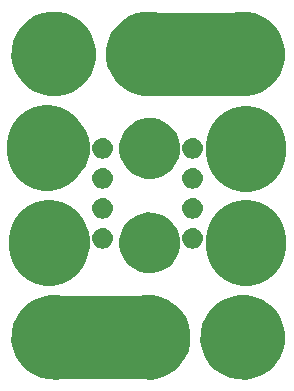
<source format=gbs>
%TF.GenerationSoftware,KiCad,Pcbnew,4.0.5-e0-6337~49~ubuntu16.04.1*%
%TF.CreationDate,2017-04-22T09:14:07-07:00*%
%TF.ProjectId,3x4-ATtiny85-8DIP-Breakout,3378342D415474696E7938352D384449,v1.1*%
%TF.FileFunction,Soldermask,Bot*%
%FSLAX46Y46*%
G04 Gerber Fmt 4.6, Leading zero omitted, Abs format (unit mm)*
G04 Created by KiCad (PCBNEW 4.0.5-e0-6337~49~ubuntu16.04.1) date Sat Apr 22 09:14:07 2017*
%MOMM*%
%LPD*%
G01*
G04 APERTURE LIST*
%ADD10C,0.350000*%
%ADD11C,6.800000*%
%ADD12C,7.000000*%
G04 APERTURE END LIST*
D10*
D11*
X20576000Y-62941200D02*
X20576000Y-63449200D01*
X20576000Y-70866000D02*
X20576000Y-71374000D01*
X3862800Y-70866000D02*
X3862800Y-71374000D01*
X3710400Y-62839600D02*
X3710400Y-63347600D01*
D12*
X4269200Y-79146400D02*
X12269200Y-79146400D01*
X12270200Y-55143400D02*
X20270200Y-55143400D01*
D10*
G36*
X20644827Y-75572579D02*
X21331825Y-75713600D01*
X21978361Y-75985379D01*
X22559789Y-76377557D01*
X23053969Y-76875199D01*
X23442077Y-77459349D01*
X23709333Y-78107760D01*
X23845486Y-78795386D01*
X23845486Y-78795391D01*
X23845554Y-78795735D01*
X23834368Y-79596785D01*
X23834292Y-79597119D01*
X23834292Y-79597132D01*
X23678991Y-80280690D01*
X23393737Y-80921382D01*
X22989466Y-81494470D01*
X22481583Y-81978122D01*
X21889430Y-82353914D01*
X21235565Y-82607531D01*
X20544892Y-82729316D01*
X19843715Y-82714627D01*
X19158744Y-82564027D01*
X18516071Y-82283250D01*
X17940179Y-81882994D01*
X17452994Y-81378500D01*
X17073078Y-80788984D01*
X16814899Y-80136900D01*
X16688297Y-79447099D01*
X16698088Y-78745837D01*
X16843904Y-78059831D01*
X17120185Y-77415216D01*
X17516415Y-76836538D01*
X18017494Y-76345845D01*
X18604343Y-75961822D01*
X19254605Y-75699098D01*
X19943509Y-75567684D01*
X20644827Y-75572579D01*
X20644827Y-75572579D01*
G37*
G36*
X4644827Y-75572579D02*
X5331825Y-75713600D01*
X5978361Y-75985379D01*
X6559789Y-76377557D01*
X7053969Y-76875199D01*
X7442077Y-77459349D01*
X7709333Y-78107760D01*
X7845486Y-78795386D01*
X7845486Y-78795391D01*
X7845554Y-78795735D01*
X7834368Y-79596785D01*
X7834292Y-79597119D01*
X7834292Y-79597132D01*
X7678991Y-80280690D01*
X7393737Y-80921382D01*
X6989466Y-81494470D01*
X6481583Y-81978122D01*
X5889430Y-82353914D01*
X5235565Y-82607531D01*
X4544892Y-82729316D01*
X3843715Y-82714627D01*
X3158744Y-82564027D01*
X2516071Y-82283250D01*
X1940179Y-81882994D01*
X1452994Y-81378500D01*
X1073078Y-80788984D01*
X814899Y-80136900D01*
X688297Y-79447099D01*
X698088Y-78745837D01*
X843904Y-78059831D01*
X1120185Y-77415216D01*
X1516415Y-76836538D01*
X2017494Y-76345845D01*
X2604343Y-75961822D01*
X3254605Y-75699098D01*
X3943509Y-75567684D01*
X4644827Y-75572579D01*
X4644827Y-75572579D01*
G37*
G36*
X12644827Y-75572579D02*
X13331825Y-75713600D01*
X13978361Y-75985379D01*
X14559789Y-76377557D01*
X15053969Y-76875199D01*
X15442077Y-77459349D01*
X15709333Y-78107760D01*
X15845486Y-78795386D01*
X15845486Y-78795391D01*
X15845554Y-78795735D01*
X15834368Y-79596785D01*
X15834292Y-79597119D01*
X15834292Y-79597132D01*
X15678991Y-80280690D01*
X15393737Y-80921382D01*
X14989466Y-81494470D01*
X14481583Y-81978122D01*
X13889430Y-82353914D01*
X13235565Y-82607531D01*
X12544892Y-82729316D01*
X11843715Y-82714627D01*
X11158744Y-82564027D01*
X10516071Y-82283250D01*
X9940179Y-81882994D01*
X9452994Y-81378500D01*
X9073078Y-80788984D01*
X8814899Y-80136900D01*
X8688297Y-79447099D01*
X8698088Y-78745837D01*
X8843904Y-78059831D01*
X9120185Y-77415216D01*
X9516415Y-76836538D01*
X10017494Y-76345845D01*
X10604343Y-75961822D01*
X11254605Y-75699098D01*
X11943509Y-75567684D01*
X12644827Y-75572579D01*
X12644827Y-75572579D01*
G37*
G36*
X4592310Y-68072247D02*
X5183255Y-68193551D01*
X5739398Y-68427332D01*
X6239534Y-68764678D01*
X6664621Y-69192743D01*
X6998466Y-69695221D01*
X7228356Y-70252976D01*
X7345464Y-70844414D01*
X7345464Y-70844424D01*
X7345531Y-70844763D01*
X7335910Y-71533816D01*
X7335833Y-71534154D01*
X7335833Y-71534162D01*
X7202257Y-72122101D01*
X6956885Y-72673216D01*
X6609137Y-73166178D01*
X6172262Y-73582209D01*
X5662900Y-73905461D01*
X5100454Y-74123619D01*
X4506347Y-74228376D01*
X3903203Y-74215742D01*
X3314000Y-74086197D01*
X2761182Y-73844677D01*
X2265807Y-73500382D01*
X1846737Y-73066423D01*
X1519938Y-72559330D01*
X1297856Y-71998414D01*
X1188955Y-71405058D01*
X1197377Y-70801841D01*
X1322806Y-70211747D01*
X1560459Y-69657258D01*
X1901291Y-69159488D01*
X2332312Y-68737400D01*
X2837113Y-68407068D01*
X3396459Y-68181077D01*
X3989045Y-68068036D01*
X4592310Y-68072247D01*
X4592310Y-68072247D01*
G37*
G36*
X20592310Y-68072247D02*
X21183255Y-68193551D01*
X21739398Y-68427332D01*
X22239534Y-68764678D01*
X22664621Y-69192743D01*
X22998466Y-69695221D01*
X23228356Y-70252976D01*
X23345464Y-70844414D01*
X23345464Y-70844424D01*
X23345531Y-70844763D01*
X23335910Y-71533816D01*
X23335833Y-71534154D01*
X23335833Y-71534162D01*
X23202257Y-72122101D01*
X22956885Y-72673216D01*
X22609137Y-73166178D01*
X22172262Y-73582209D01*
X21662900Y-73905461D01*
X21100454Y-74123619D01*
X20506347Y-74228376D01*
X19903203Y-74215742D01*
X19314000Y-74086197D01*
X18761182Y-73844677D01*
X18265807Y-73500382D01*
X17846737Y-73066423D01*
X17519938Y-72559330D01*
X17297856Y-71998414D01*
X17188955Y-71405058D01*
X17197377Y-70801841D01*
X17322806Y-70211747D01*
X17560459Y-69657258D01*
X17901291Y-69159488D01*
X18332312Y-68737400D01*
X18837113Y-68407068D01*
X19396459Y-68181077D01*
X19989045Y-68068036D01*
X20592310Y-68072247D01*
X20592310Y-68072247D01*
G37*
G36*
X12665743Y-68581907D02*
X13158715Y-68683100D01*
X13622656Y-68878123D01*
X14039875Y-69159541D01*
X14394488Y-69516637D01*
X14672985Y-69935810D01*
X14864762Y-70401095D01*
X14962443Y-70894422D01*
X14962443Y-70894432D01*
X14962510Y-70894771D01*
X14954484Y-71469586D01*
X14954407Y-71469924D01*
X14954407Y-71469933D01*
X14842989Y-71960342D01*
X14638298Y-72420087D01*
X14348202Y-72831322D01*
X13983756Y-73178380D01*
X13558842Y-73448039D01*
X13089640Y-73630030D01*
X12594031Y-73717420D01*
X12090881Y-73706880D01*
X11599361Y-73598812D01*
X11138194Y-73397333D01*
X10724947Y-73110119D01*
X10375354Y-72748105D01*
X10102735Y-72325082D01*
X9917471Y-71857159D01*
X9826625Y-71362176D01*
X9833650Y-70858965D01*
X9938285Y-70366702D01*
X10136538Y-69904141D01*
X10420863Y-69488895D01*
X10780426Y-69136785D01*
X11201537Y-68861218D01*
X11668150Y-68672694D01*
X12162491Y-68578394D01*
X12665743Y-68581907D01*
X12665743Y-68581907D01*
G37*
G36*
X16025157Y-69890233D02*
X16032674Y-69890285D01*
X16202612Y-69909347D01*
X16365612Y-69961054D01*
X16515464Y-70043436D01*
X16646461Y-70153355D01*
X16753613Y-70286625D01*
X16832838Y-70438170D01*
X16881120Y-70602216D01*
X16881124Y-70602258D01*
X16881125Y-70602262D01*
X16895506Y-70760283D01*
X16896619Y-70772517D01*
X16878744Y-70942584D01*
X16828176Y-71105941D01*
X16746843Y-71256365D01*
X16637840Y-71388126D01*
X16505322Y-71496206D01*
X16354334Y-71576487D01*
X16190628Y-71625913D01*
X16020440Y-71642600D01*
X16011924Y-71642600D01*
X16007243Y-71642567D01*
X15999726Y-71642515D01*
X15829788Y-71623453D01*
X15666788Y-71571746D01*
X15516936Y-71489364D01*
X15385939Y-71379445D01*
X15278787Y-71246175D01*
X15199562Y-71094630D01*
X15151280Y-70930584D01*
X15151276Y-70930542D01*
X15151275Y-70930538D01*
X15135781Y-70760285D01*
X15153651Y-70590263D01*
X15153656Y-70590216D01*
X15204224Y-70426859D01*
X15285557Y-70276435D01*
X15394560Y-70144674D01*
X15527078Y-70036594D01*
X15678066Y-69956313D01*
X15841772Y-69906887D01*
X16011960Y-69890200D01*
X16020476Y-69890200D01*
X16025157Y-69890233D01*
X16025157Y-69890233D01*
G37*
G36*
X8405157Y-69890233D02*
X8412674Y-69890285D01*
X8582612Y-69909347D01*
X8745612Y-69961054D01*
X8895464Y-70043436D01*
X9026461Y-70153355D01*
X9133613Y-70286625D01*
X9212838Y-70438170D01*
X9261120Y-70602216D01*
X9261124Y-70602258D01*
X9261125Y-70602262D01*
X9275506Y-70760283D01*
X9276619Y-70772517D01*
X9258744Y-70942584D01*
X9208176Y-71105941D01*
X9126843Y-71256365D01*
X9017840Y-71388126D01*
X8885322Y-71496206D01*
X8734334Y-71576487D01*
X8570628Y-71625913D01*
X8400440Y-71642600D01*
X8391924Y-71642600D01*
X8387243Y-71642567D01*
X8379726Y-71642515D01*
X8209788Y-71623453D01*
X8046788Y-71571746D01*
X7896936Y-71489364D01*
X7765939Y-71379445D01*
X7658787Y-71246175D01*
X7579562Y-71094630D01*
X7531280Y-70930584D01*
X7531276Y-70930542D01*
X7531275Y-70930538D01*
X7515781Y-70760285D01*
X7533651Y-70590263D01*
X7533656Y-70590216D01*
X7584224Y-70426859D01*
X7665557Y-70276435D01*
X7774560Y-70144674D01*
X7907078Y-70036594D01*
X8058066Y-69956313D01*
X8221772Y-69906887D01*
X8391960Y-69890200D01*
X8400476Y-69890200D01*
X8405157Y-69890233D01*
X8405157Y-69890233D01*
G37*
G36*
X16025157Y-67350233D02*
X16032674Y-67350285D01*
X16202612Y-67369347D01*
X16365612Y-67421054D01*
X16515464Y-67503436D01*
X16646461Y-67613355D01*
X16753613Y-67746625D01*
X16832838Y-67898170D01*
X16881120Y-68062216D01*
X16881124Y-68062258D01*
X16881125Y-68062262D01*
X16891938Y-68181080D01*
X16896619Y-68232517D01*
X16878744Y-68402584D01*
X16828176Y-68565941D01*
X16746843Y-68716365D01*
X16637840Y-68848126D01*
X16505322Y-68956206D01*
X16354334Y-69036487D01*
X16190628Y-69085913D01*
X16020440Y-69102600D01*
X16011924Y-69102600D01*
X16007243Y-69102567D01*
X15999726Y-69102515D01*
X15829788Y-69083453D01*
X15666788Y-69031746D01*
X15516936Y-68949364D01*
X15385939Y-68839445D01*
X15278787Y-68706175D01*
X15199562Y-68554630D01*
X15151280Y-68390584D01*
X15151276Y-68390542D01*
X15151275Y-68390538D01*
X15135781Y-68220285D01*
X15138591Y-68193554D01*
X15153656Y-68050216D01*
X15204224Y-67886859D01*
X15285557Y-67736435D01*
X15394560Y-67604674D01*
X15527078Y-67496594D01*
X15678066Y-67416313D01*
X15841772Y-67366887D01*
X16011960Y-67350200D01*
X16020476Y-67350200D01*
X16025157Y-67350233D01*
X16025157Y-67350233D01*
G37*
G36*
X8405157Y-67350233D02*
X8412674Y-67350285D01*
X8582612Y-67369347D01*
X8745612Y-67421054D01*
X8895464Y-67503436D01*
X9026461Y-67613355D01*
X9133613Y-67746625D01*
X9212838Y-67898170D01*
X9261120Y-68062216D01*
X9261124Y-68062258D01*
X9261125Y-68062262D01*
X9271938Y-68181080D01*
X9276619Y-68232517D01*
X9258744Y-68402584D01*
X9208176Y-68565941D01*
X9126843Y-68716365D01*
X9017840Y-68848126D01*
X8885322Y-68956206D01*
X8734334Y-69036487D01*
X8570628Y-69085913D01*
X8400440Y-69102600D01*
X8391924Y-69102600D01*
X8387243Y-69102567D01*
X8379726Y-69102515D01*
X8209788Y-69083453D01*
X8046788Y-69031746D01*
X7896936Y-68949364D01*
X7765939Y-68839445D01*
X7658787Y-68706175D01*
X7579562Y-68554630D01*
X7531280Y-68390584D01*
X7531276Y-68390542D01*
X7531275Y-68390538D01*
X7515781Y-68220285D01*
X7518591Y-68193554D01*
X7533656Y-68050216D01*
X7584224Y-67886859D01*
X7665557Y-67736435D01*
X7774560Y-67604674D01*
X7907078Y-67496594D01*
X8058066Y-67416313D01*
X8221772Y-67366887D01*
X8391960Y-67350200D01*
X8400476Y-67350200D01*
X8405157Y-67350233D01*
X8405157Y-67350233D01*
G37*
G36*
X8405157Y-64810233D02*
X8412674Y-64810285D01*
X8582612Y-64829347D01*
X8745612Y-64881054D01*
X8895464Y-64963436D01*
X9026461Y-65073355D01*
X9133613Y-65206625D01*
X9212838Y-65358170D01*
X9261120Y-65522216D01*
X9261124Y-65522258D01*
X9261125Y-65522262D01*
X9275506Y-65680283D01*
X9276619Y-65692517D01*
X9258744Y-65862584D01*
X9208176Y-66025941D01*
X9126843Y-66176365D01*
X9017840Y-66308126D01*
X8885322Y-66416206D01*
X8734334Y-66496487D01*
X8570628Y-66545913D01*
X8400440Y-66562600D01*
X8391924Y-66562600D01*
X8387243Y-66562567D01*
X8379726Y-66562515D01*
X8209788Y-66543453D01*
X8046788Y-66491746D01*
X7896936Y-66409364D01*
X7765939Y-66299445D01*
X7658787Y-66166175D01*
X7579562Y-66014630D01*
X7531280Y-65850584D01*
X7531276Y-65850542D01*
X7531275Y-65850538D01*
X7515781Y-65680285D01*
X7533651Y-65510263D01*
X7533656Y-65510216D01*
X7584224Y-65346859D01*
X7665557Y-65196435D01*
X7774560Y-65064674D01*
X7907078Y-64956594D01*
X8058066Y-64876313D01*
X8221772Y-64826887D01*
X8391960Y-64810200D01*
X8400476Y-64810200D01*
X8405157Y-64810233D01*
X8405157Y-64810233D01*
G37*
G36*
X16025157Y-64810233D02*
X16032674Y-64810285D01*
X16202612Y-64829347D01*
X16365612Y-64881054D01*
X16515464Y-64963436D01*
X16646461Y-65073355D01*
X16753613Y-65206625D01*
X16832838Y-65358170D01*
X16881120Y-65522216D01*
X16881124Y-65522258D01*
X16881125Y-65522262D01*
X16895506Y-65680283D01*
X16896619Y-65692517D01*
X16878744Y-65862584D01*
X16828176Y-66025941D01*
X16746843Y-66176365D01*
X16637840Y-66308126D01*
X16505322Y-66416206D01*
X16354334Y-66496487D01*
X16190628Y-66545913D01*
X16020440Y-66562600D01*
X16011924Y-66562600D01*
X16007243Y-66562567D01*
X15999726Y-66562515D01*
X15829788Y-66543453D01*
X15666788Y-66491746D01*
X15516936Y-66409364D01*
X15385939Y-66299445D01*
X15278787Y-66166175D01*
X15199562Y-66014630D01*
X15151280Y-65850584D01*
X15151276Y-65850542D01*
X15151275Y-65850538D01*
X15135781Y-65680285D01*
X15153651Y-65510263D01*
X15153656Y-65510216D01*
X15204224Y-65346859D01*
X15285557Y-65196435D01*
X15394560Y-65064674D01*
X15527078Y-64956594D01*
X15678066Y-64876313D01*
X15841772Y-64826887D01*
X16011960Y-64810200D01*
X16020476Y-64810200D01*
X16025157Y-64810233D01*
X16025157Y-64810233D01*
G37*
G36*
X20592310Y-60072247D02*
X21183255Y-60193551D01*
X21739398Y-60427332D01*
X22239534Y-60764678D01*
X22664621Y-61192743D01*
X22998466Y-61695221D01*
X23228356Y-62252976D01*
X23345464Y-62844414D01*
X23345464Y-62844424D01*
X23345531Y-62844763D01*
X23335910Y-63533816D01*
X23335833Y-63534154D01*
X23335833Y-63534162D01*
X23202257Y-64122101D01*
X22956885Y-64673216D01*
X22609137Y-65166178D01*
X22172262Y-65582209D01*
X21662900Y-65905461D01*
X21100454Y-66123619D01*
X20506347Y-66228376D01*
X19903203Y-66215742D01*
X19314000Y-66086197D01*
X18761182Y-65844677D01*
X18265807Y-65500382D01*
X17846737Y-65066423D01*
X17519938Y-64559330D01*
X17297856Y-63998414D01*
X17188955Y-63405058D01*
X17197377Y-62801841D01*
X17322806Y-62211747D01*
X17560459Y-61657258D01*
X17901291Y-61159488D01*
X18332312Y-60737400D01*
X18837113Y-60407068D01*
X19396459Y-60181077D01*
X19989045Y-60068036D01*
X20592310Y-60072247D01*
X20592310Y-60072247D01*
G37*
G36*
X4592310Y-60072247D02*
X5183255Y-60193551D01*
X5739398Y-60427332D01*
X6239534Y-60764678D01*
X6664621Y-61192743D01*
X6998466Y-61695221D01*
X7228356Y-62252976D01*
X7345464Y-62844414D01*
X7345464Y-62844424D01*
X7345531Y-62844763D01*
X7335910Y-63533816D01*
X7335833Y-63534154D01*
X7335833Y-63534162D01*
X7202257Y-64122101D01*
X6956885Y-64673216D01*
X6609137Y-65166178D01*
X6172262Y-65582209D01*
X5662900Y-65905461D01*
X5100454Y-66123619D01*
X4506347Y-66228376D01*
X3903203Y-66215742D01*
X3314000Y-66086197D01*
X2761182Y-65844677D01*
X2265807Y-65500382D01*
X1846737Y-65066423D01*
X1519938Y-64559330D01*
X1297856Y-63998414D01*
X1188955Y-63405058D01*
X1197377Y-62801841D01*
X1322806Y-62211747D01*
X1560459Y-61657258D01*
X1901291Y-61159488D01*
X2332312Y-60737400D01*
X2837113Y-60407068D01*
X3396459Y-60181077D01*
X3989045Y-60068036D01*
X4592310Y-60072247D01*
X4592310Y-60072247D01*
G37*
G36*
X12665743Y-60581907D02*
X13158715Y-60683100D01*
X13622656Y-60878123D01*
X14039875Y-61159541D01*
X14394488Y-61516637D01*
X14672985Y-61935810D01*
X14864762Y-62401095D01*
X14962443Y-62894422D01*
X14962443Y-62894432D01*
X14962510Y-62894771D01*
X14954484Y-63469586D01*
X14954407Y-63469924D01*
X14954407Y-63469933D01*
X14842989Y-63960342D01*
X14638298Y-64420087D01*
X14348202Y-64831322D01*
X13983756Y-65178380D01*
X13558842Y-65448039D01*
X13089640Y-65630030D01*
X12594031Y-65717420D01*
X12090881Y-65706880D01*
X11599361Y-65598812D01*
X11138194Y-65397333D01*
X10724947Y-65110119D01*
X10375354Y-64748105D01*
X10102735Y-64325082D01*
X9917471Y-63857159D01*
X9826625Y-63362176D01*
X9833650Y-62858965D01*
X9938285Y-62366702D01*
X10136538Y-61904141D01*
X10420863Y-61488895D01*
X10780426Y-61136785D01*
X11201537Y-60861218D01*
X11668150Y-60672694D01*
X12162491Y-60578394D01*
X12665743Y-60581907D01*
X12665743Y-60581907D01*
G37*
G36*
X8405157Y-62270233D02*
X8412674Y-62270285D01*
X8582612Y-62289347D01*
X8745612Y-62341054D01*
X8895464Y-62423436D01*
X9026461Y-62533355D01*
X9133613Y-62666625D01*
X9212838Y-62818170D01*
X9261120Y-62982216D01*
X9261124Y-62982258D01*
X9261125Y-62982262D01*
X9275506Y-63140283D01*
X9276619Y-63152517D01*
X9258744Y-63322584D01*
X9208176Y-63485941D01*
X9126843Y-63636365D01*
X9017840Y-63768126D01*
X8885322Y-63876206D01*
X8734334Y-63956487D01*
X8570628Y-64005913D01*
X8400440Y-64022600D01*
X8391924Y-64022600D01*
X8387243Y-64022567D01*
X8379726Y-64022515D01*
X8209788Y-64003453D01*
X8046788Y-63951746D01*
X7896936Y-63869364D01*
X7765939Y-63759445D01*
X7658787Y-63626175D01*
X7579562Y-63474630D01*
X7531280Y-63310584D01*
X7531276Y-63310542D01*
X7531275Y-63310538D01*
X7515781Y-63140285D01*
X7533651Y-62970263D01*
X7533656Y-62970216D01*
X7584224Y-62806859D01*
X7665557Y-62656435D01*
X7774560Y-62524674D01*
X7907078Y-62416594D01*
X8058066Y-62336313D01*
X8221772Y-62286887D01*
X8391960Y-62270200D01*
X8400476Y-62270200D01*
X8405157Y-62270233D01*
X8405157Y-62270233D01*
G37*
G36*
X16025157Y-62270233D02*
X16032674Y-62270285D01*
X16202612Y-62289347D01*
X16365612Y-62341054D01*
X16515464Y-62423436D01*
X16646461Y-62533355D01*
X16753613Y-62666625D01*
X16832838Y-62818170D01*
X16881120Y-62982216D01*
X16881124Y-62982258D01*
X16881125Y-62982262D01*
X16895506Y-63140283D01*
X16896619Y-63152517D01*
X16878744Y-63322584D01*
X16828176Y-63485941D01*
X16746843Y-63636365D01*
X16637840Y-63768126D01*
X16505322Y-63876206D01*
X16354334Y-63956487D01*
X16190628Y-64005913D01*
X16020440Y-64022600D01*
X16011924Y-64022600D01*
X16007243Y-64022567D01*
X15999726Y-64022515D01*
X15829788Y-64003453D01*
X15666788Y-63951746D01*
X15516936Y-63869364D01*
X15385939Y-63759445D01*
X15278787Y-63626175D01*
X15199562Y-63474630D01*
X15151280Y-63310584D01*
X15151276Y-63310542D01*
X15151275Y-63310538D01*
X15135781Y-63140285D01*
X15153651Y-62970263D01*
X15153656Y-62970216D01*
X15204224Y-62806859D01*
X15285557Y-62656435D01*
X15394560Y-62524674D01*
X15527078Y-62416594D01*
X15678066Y-62336313D01*
X15841772Y-62286887D01*
X16011960Y-62270200D01*
X16020476Y-62270200D01*
X16025157Y-62270233D01*
X16025157Y-62270233D01*
G37*
G36*
X20644827Y-51572579D02*
X21331825Y-51713600D01*
X21978361Y-51985379D01*
X22559789Y-52377557D01*
X23053969Y-52875199D01*
X23442077Y-53459349D01*
X23709333Y-54107760D01*
X23845486Y-54795386D01*
X23845486Y-54795391D01*
X23845554Y-54795735D01*
X23834368Y-55596785D01*
X23834292Y-55597119D01*
X23834292Y-55597132D01*
X23678991Y-56280690D01*
X23393737Y-56921382D01*
X22989466Y-57494470D01*
X22481583Y-57978122D01*
X21889430Y-58353914D01*
X21235565Y-58607531D01*
X20544892Y-58729316D01*
X19843715Y-58714627D01*
X19158744Y-58564027D01*
X18516071Y-58283250D01*
X17940179Y-57882994D01*
X17452994Y-57378500D01*
X17073078Y-56788984D01*
X16814899Y-56136900D01*
X16688297Y-55447099D01*
X16698088Y-54745837D01*
X16843904Y-54059831D01*
X17120185Y-53415216D01*
X17516415Y-52836538D01*
X18017494Y-52345845D01*
X18604343Y-51961822D01*
X19254605Y-51699098D01*
X19943509Y-51567684D01*
X20644827Y-51572579D01*
X20644827Y-51572579D01*
G37*
G36*
X12644827Y-51572579D02*
X13331825Y-51713600D01*
X13978361Y-51985379D01*
X14559789Y-52377557D01*
X15053969Y-52875199D01*
X15442077Y-53459349D01*
X15709333Y-54107760D01*
X15845486Y-54795386D01*
X15845486Y-54795391D01*
X15845554Y-54795735D01*
X15834368Y-55596785D01*
X15834292Y-55597119D01*
X15834292Y-55597132D01*
X15678991Y-56280690D01*
X15393737Y-56921382D01*
X14989466Y-57494470D01*
X14481583Y-57978122D01*
X13889430Y-58353914D01*
X13235565Y-58607531D01*
X12544892Y-58729316D01*
X11843715Y-58714627D01*
X11158744Y-58564027D01*
X10516071Y-58283250D01*
X9940179Y-57882994D01*
X9452994Y-57378500D01*
X9073078Y-56788984D01*
X8814899Y-56136900D01*
X8688297Y-55447099D01*
X8698088Y-54745837D01*
X8843904Y-54059831D01*
X9120185Y-53415216D01*
X9516415Y-52836538D01*
X10017494Y-52345845D01*
X10604343Y-51961822D01*
X11254605Y-51699098D01*
X11943509Y-51567684D01*
X12644827Y-51572579D01*
X12644827Y-51572579D01*
G37*
G36*
X4644827Y-51572579D02*
X5331825Y-51713600D01*
X5978361Y-51985379D01*
X6559789Y-52377557D01*
X7053969Y-52875199D01*
X7442077Y-53459349D01*
X7709333Y-54107760D01*
X7845486Y-54795386D01*
X7845486Y-54795391D01*
X7845554Y-54795735D01*
X7834368Y-55596785D01*
X7834292Y-55597119D01*
X7834292Y-55597132D01*
X7678991Y-56280690D01*
X7393737Y-56921382D01*
X6989466Y-57494470D01*
X6481583Y-57978122D01*
X5889430Y-58353914D01*
X5235565Y-58607531D01*
X4544892Y-58729316D01*
X3843715Y-58714627D01*
X3158744Y-58564027D01*
X2516071Y-58283250D01*
X1940179Y-57882994D01*
X1452994Y-57378500D01*
X1073078Y-56788984D01*
X814899Y-56136900D01*
X688297Y-55447099D01*
X698088Y-54745837D01*
X843904Y-54059831D01*
X1120185Y-53415216D01*
X1516415Y-52836538D01*
X2017494Y-52345845D01*
X2604343Y-51961822D01*
X3254605Y-51699098D01*
X3943509Y-51567684D01*
X4644827Y-51572579D01*
X4644827Y-51572579D01*
G37*
M02*

</source>
